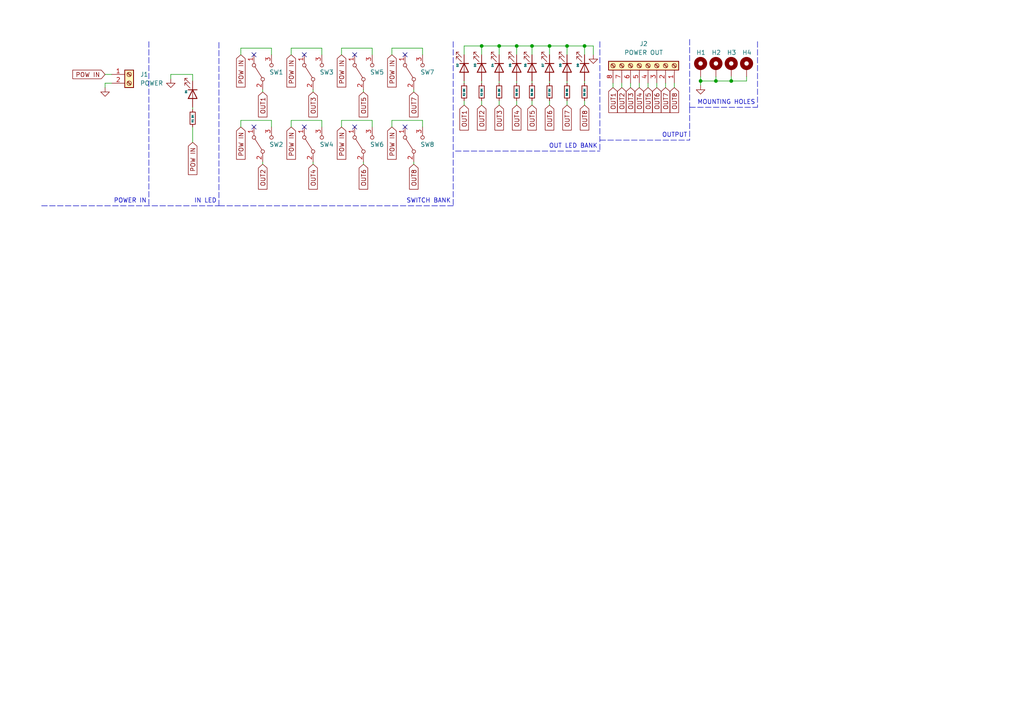
<source format=kicad_sch>
(kicad_sch (version 20211123) (generator eeschema)
  (paper "A4")
  (lib_symbols
    (symbol "Connector:Screw_Terminal_01x02" (pin_names (offset 1.016) hide)
      (property "Reference" "J" (at 0 2.54 0))
      (property "Value" "Screw_Terminal_01x02" (at 0 -5.08 0))
      (symbol "Screw_Terminal_01x02_1_1"
        (rectangle (start -1.27 1.27) (end 1.27 -3.81) (stroke (width 0.254)) (fill (type background)))
        (circle (center 0 -2.54) (radius 0.635) (stroke (width 0.1524)))
        (polyline (pts (xy -0.5334 -2.2098) (xy 0.3302 -3.048)) (stroke (width 0.1524)))
        (polyline (pts (xy -0.5334 0.3302) (xy 0.3302 -0.508)) (stroke (width 0.1524)))
        (polyline (pts (xy -0.3556 -2.032) (xy 0.508 -2.8702)) (stroke (width 0.1524)))
        (polyline (pts (xy -0.3556 0.508) (xy 0.508 -0.3302)) (stroke (width 0.1524)))
        (circle (center 0 0) (radius 0.635) (stroke (width 0.1524)))
        (pin passive line (at -5.08 0 0) (length 3.81) (name "Pin_1") (number "1"))
        (pin passive line (at -5.08 -2.54 0) (length 3.81) (name "Pin_2") (number "2"))
      )
    )
    (symbol "Connector:Screw_Terminal_01x08" (pin_names (offset 1.016) hide)
      (property "Reference" "J" (at 0 10.16 0))
      (property "Value" "Screw_Terminal_01x08" (at 0 -12.7 0))
      (symbol "Screw_Terminal_01x08_1_1"
        (rectangle (start -1.27 8.89) (end 1.27 -11.43) (stroke (width 0.254)) (fill (type background)))
        (circle (center 0 -10.16) (radius 0.635) (stroke (width 0.1524)))
        (circle (center 0 -7.62) (radius 0.635) (stroke (width 0.1524)))
        (circle (center 0 -5.08) (radius 0.635) (stroke (width 0.1524)))
        (circle (center 0 -2.54) (radius 0.635) (stroke (width 0.1524)))
        (polyline (pts (xy -0.5334 -9.8298) (xy 0.3302 -10.668)) (stroke (width 0.1524)))
        (polyline (pts (xy -0.5334 -7.2898) (xy 0.3302 -8.128)) (stroke (width 0.1524)))
        (polyline (pts (xy -0.5334 -4.7498) (xy 0.3302 -5.588)) (stroke (width 0.1524)))
        (polyline (pts (xy -0.5334 -2.2098) (xy 0.3302 -3.048)) (stroke (width 0.1524)))
        (polyline (pts (xy -0.5334 0.3302) (xy 0.3302 -0.508)) (stroke (width 0.1524)))
        (polyline (pts (xy -0.5334 2.8702) (xy 0.3302 2.032)) (stroke (width 0.1524)))
        (polyline (pts (xy -0.5334 5.4102) (xy 0.3302 4.572)) (stroke (width 0.1524)))
        (polyline (pts (xy -0.5334 7.9502) (xy 0.3302 7.112)) (stroke (width 0.1524)))
        (polyline (pts (xy -0.3556 -9.652) (xy 0.508 -10.4902)) (stroke (width 0.1524)))
        (polyline (pts (xy -0.3556 -7.112) (xy 0.508 -7.9502)) (stroke (width 0.1524)))
        (polyline (pts (xy -0.3556 -4.572) (xy 0.508 -5.4102)) (stroke (width 0.1524)))
        (polyline (pts (xy -0.3556 -2.032) (xy 0.508 -2.8702)) (stroke (width 0.1524)))
        (polyline (pts (xy -0.3556 0.508) (xy 0.508 -0.3302)) (stroke (width 0.1524)))
        (polyline (pts (xy -0.3556 3.048) (xy 0.508 2.2098)) (stroke (width 0.1524)))
        (polyline (pts (xy -0.3556 5.588) (xy 0.508 4.7498)) (stroke (width 0.1524)))
        (polyline (pts (xy -0.3556 8.128) (xy 0.508 7.2898)) (stroke (width 0.1524)))
        (circle (center 0 0) (radius 0.635) (stroke (width 0.1524)))
        (circle (center 0 2.54) (radius 0.635) (stroke (width 0.1524)))
        (circle (center 0 5.08) (radius 0.635) (stroke (width 0.1524)))
        (circle (center 0 7.62) (radius 0.635) (stroke (width 0.1524)))
        (pin passive line (at -5.08 7.62 0) (length 3.81) (name "Pin_1") (number "1"))
        (pin passive line (at -5.08 5.08 0) (length 3.81) (name "Pin_2") (number "2"))
        (pin passive line (at -5.08 2.54 0) (length 3.81) (name "Pin_3") (number "3"))
        (pin passive line (at -5.08 0 0) (length 3.81) (name "Pin_4") (number "4"))
        (pin passive line (at -5.08 -2.54 0) (length 3.81) (name "Pin_5") (number "5"))
        (pin passive line (at -5.08 -5.08 0) (length 3.81) (name "Pin_6") (number "6"))
        (pin passive line (at -5.08 -7.62 0) (length 3.81) (name "Pin_7") (number "7"))
        (pin passive line (at -5.08 -10.16 0) (length 3.81) (name "Pin_8") (number "8"))
      )
    )
    (symbol "Device:LED" (pin_numbers hide) (pin_names (offset 1.016) hide)
      (property "Reference" "D" (at 0 2.54 0))
      (property "Value" "LED" (at 0 -2.54 0))
      (symbol "LED_0_1"
        (polyline (pts (xy -1.27 -1.27) (xy -1.27 1.27)) (stroke (width 0.254)))
        (polyline (pts (xy -1.27 0) (xy 1.27 0)))
        (polyline (pts (xy 1.27 -1.27) (xy 1.27 1.27) (xy -1.27 0) (xy 1.27 -1.27)) (stroke (width 0.254)))
        (polyline (pts (xy -3.048 -0.762) (xy -4.572 -2.286) (xy -3.81 -2.286) (xy -4.572 -2.286) (xy -4.572 -1.524)))
        (polyline (pts (xy -1.778 -0.762) (xy -3.302 -2.286) (xy -2.54 -2.286) (xy -3.302 -2.286) (xy -3.302 -1.524)))
      )
      (symbol "LED_1_1"
        (pin passive line (at -3.81 0 0) (length 2.54) (name "K") (number "1"))
        (pin passive line (at 3.81 0 180) (length 2.54) (name "A") (number "2"))
      )
    )
    (symbol "Device:R_Small" (pin_numbers hide) (pin_names (offset 0.254) hide)
      (property "Reference" "R" (at 0.762 0.508 0))
      (property "Value" "R_Small" (at 0.762 -1.016 0))
      (symbol "R_Small_0_1"
        (rectangle (start -0.762 1.778) (end 0.762 -1.778) (stroke (width 0.2032)))
      )
      (symbol "R_Small_1_1"
        (pin passive line (at 0 2.54 270) (length 0.762) (name "~") (number "1"))
        (pin passive line (at 0 -2.54 90) (length 0.762) (name "~") (number "2"))
      )
    )
    (symbol "Mechanical:MountingHole_Pad" (pin_numbers hide) (pin_names (offset 1.016) hide)
      (property "Reference" "H" (at 0 6.35 0))
      (property "Value" "MountingHole_Pad" (at 0 4.445 0))
      (symbol "MountingHole_Pad_0_1"
        (circle (center 0 1.27) (radius 1.27) (stroke (width 1.27)))
      )
      (symbol "MountingHole_Pad_1_1"
        (pin input line (at 0 -2.54 90) (length 2.54) (name "1") (number "1"))
      )
    )
    (symbol "Switch:SW_SPDT" (pin_names (offset 0) hide)
      (property "Reference" "SW" (at 0 4.318 0))
      (property "Value" "SW_SPDT" (at 0 -5.08 0))
      (symbol "SW_SPDT_0_0"
        (circle (center -2.032 0) (radius 0.508))
        (circle (center 2.032 -2.54) (radius 0.508))
      )
      (symbol "SW_SPDT_0_1"
        (polyline (pts (xy -1.524 0.254) (xy 1.651 2.286)))
        (circle (center 2.032 2.54) (radius 0.508))
      )
      (symbol "SW_SPDT_1_1"
        (pin passive line (at 5.08 2.54 180) (length 2.54) (name "A") (number "1"))
        (pin passive line (at -5.08 0 0) (length 2.54) (name "B") (number "2"))
        (pin passive line (at 5.08 -2.54 180) (length 2.54) (name "C") (number "3"))
      )
    )
    (symbol "power:GND" (power) (pin_names (offset 0))
      (property "Value" "GND" (at 0 -3.81 0))
      (symbol "GND_0_1"
        (polyline (pts (xy 0 0) (xy 0 -1.27) (xy 1.27 -1.27) (xy 0 -2.54) (xy -1.27 -1.27) (xy 0 -1.27)))
      )
      (symbol "GND_1_1"
        (pin power_in line (at 0 0 270) (length 0) hide (name "GND") (number "1"))
      )
    )
  )
  (junction (at 164.465 13.335))
  (junction (at 154.305 13.335))
  (junction (at 149.86 13.335))
  (junction (at 203.2 23.495))
  (junction (at 144.78 13.335))
  (junction (at 207.645 23.495))
  (junction (at 159.385 13.335))
  (junction (at 212.09 23.495))
  (junction (at 139.7 13.335))
  (junction (at 169.545 13.335))
  (no_connect (at 102.87 15.875))
  (no_connect (at 102.87 36.83))
  (no_connect (at 88.265 15.875))
  (no_connect (at 117.475 15.875))
  (no_connect (at 117.475 36.83))
  (no_connect (at 73.66 36.83))
  (no_connect (at 88.265 36.83))
  (no_connect (at 73.66 15.875))
  (wire (pts (xy 207.645 22.225) (xy 207.645 23.495)))
  (wire (pts (xy 180.34 25.4) (xy 180.34 24.13)))
  (polyline (pts (xy 200.025 11.43) (xy 200.025 31.115)))
  (wire (pts (xy 149.86 29.21) (xy 149.86 30.48)))
  (wire (pts (xy 99.06 34.925) (xy 107.95 34.925)))
  (wire (pts (xy 203.2 23.495) (xy 207.645 23.495)))
  (wire (pts (xy 195.58 25.4) (xy 195.58 24.13)))
  (wire (pts (xy 149.86 13.335) (xy 144.78 13.335)))
  (wire (pts (xy 84.455 36.83) (xy 84.455 34.925)))
  (wire (pts (xy 99.06 15.875) (xy 99.06 13.97)))
  (wire (pts (xy 172.085 15.875) (xy 172.085 13.335)))
  (wire (pts (xy 49.53 21.59) (xy 49.53 22.86)))
  (wire (pts (xy 159.385 23.495) (xy 159.385 24.13)))
  (wire (pts (xy 30.48 24.13) (xy 32.385 24.13)))
  (wire (pts (xy 190.5 25.4) (xy 190.5 24.13)))
  (wire (pts (xy 169.545 13.335) (xy 164.465 13.335)))
  (polyline (pts (xy 63.5 59.69) (xy 131.445 59.69)))
  (wire (pts (xy 164.465 13.335) (xy 164.465 15.875)))
  (polyline (pts (xy 219.71 12.065) (xy 219.71 31.115)))
  (wire (pts (xy 134.62 13.335) (xy 134.62 15.875)))
  (wire (pts (xy 76.2 26.035) (xy 76.2 26.67)))
  (wire (pts (xy 55.88 21.59) (xy 49.53 21.59)))
  (wire (pts (xy 185.42 25.4) (xy 185.42 24.13)))
  (wire (pts (xy 113.665 34.925) (xy 122.555 34.925)))
  (wire (pts (xy 154.305 13.335) (xy 154.305 15.875)))
  (wire (pts (xy 144.78 13.335) (xy 144.78 15.875)))
  (wire (pts (xy 122.555 15.875) (xy 122.555 13.97)))
  (wire (pts (xy 193.04 25.4) (xy 193.04 24.13)))
  (wire (pts (xy 105.41 26.035) (xy 105.41 26.67)))
  (wire (pts (xy 55.88 36.83) (xy 55.88 41.275)))
  (wire (pts (xy 164.465 29.21) (xy 164.465 30.48)))
  (wire (pts (xy 90.805 46.99) (xy 90.805 47.625)))
  (wire (pts (xy 84.455 15.875) (xy 84.455 13.97)))
  (wire (pts (xy 207.645 23.495) (xy 212.09 23.495)))
  (wire (pts (xy 120.015 26.035) (xy 120.015 26.67)))
  (wire (pts (xy 122.555 36.83) (xy 122.555 34.925)))
  (wire (pts (xy 93.345 15.875) (xy 93.345 13.97)))
  (wire (pts (xy 164.465 23.495) (xy 164.465 24.13)))
  (wire (pts (xy 93.345 36.83) (xy 93.345 34.925)))
  (wire (pts (xy 149.86 23.495) (xy 149.86 24.13)))
  (polyline (pts (xy 132.08 43.815) (xy 173.99 43.815)))
  (polyline (pts (xy 12.065 59.69) (xy 63.5 59.69)))
  (wire (pts (xy 55.88 21.59) (xy 55.88 23.495)))
  (wire (pts (xy 212.09 23.495) (xy 216.535 23.495)))
  (wire (pts (xy 120.015 46.99) (xy 120.015 47.625)))
  (wire (pts (xy 69.85 36.83) (xy 69.85 34.925)))
  (wire (pts (xy 144.78 13.335) (xy 139.7 13.335)))
  (wire (pts (xy 182.88 25.4) (xy 182.88 24.13)))
  (wire (pts (xy 69.85 15.875) (xy 69.85 13.97)))
  (wire (pts (xy 172.085 13.335) (xy 169.545 13.335)))
  (wire (pts (xy 76.2 46.99) (xy 76.2 47.625)))
  (wire (pts (xy 107.95 15.875) (xy 107.95 13.97)))
  (wire (pts (xy 84.455 13.97) (xy 93.345 13.97)))
  (wire (pts (xy 134.62 29.21) (xy 134.62 30.48)))
  (wire (pts (xy 203.2 22.225) (xy 203.2 23.495)))
  (wire (pts (xy 139.7 23.495) (xy 139.7 24.13)))
  (wire (pts (xy 78.74 15.875) (xy 78.74 13.97)))
  (wire (pts (xy 113.665 15.875) (xy 113.665 13.97)))
  (wire (pts (xy 149.86 13.335) (xy 149.86 15.875)))
  (polyline (pts (xy 131.445 12.065) (xy 131.445 59.69)))
  (wire (pts (xy 78.74 36.83) (xy 78.74 34.925)))
  (wire (pts (xy 139.7 13.335) (xy 134.62 13.335)))
  (wire (pts (xy 113.665 13.97) (xy 122.555 13.97)))
  (wire (pts (xy 139.7 13.335) (xy 139.7 15.875)))
  (wire (pts (xy 134.62 23.495) (xy 134.62 24.13)))
  (wire (pts (xy 154.305 13.335) (xy 149.86 13.335)))
  (polyline (pts (xy 173.99 40.64) (xy 200.025 40.64)))
  (wire (pts (xy 154.305 29.21) (xy 154.305 30.48)))
  (wire (pts (xy 144.78 29.21) (xy 144.78 30.48)))
  (wire (pts (xy 84.455 34.925) (xy 93.345 34.925)))
  (wire (pts (xy 55.88 31.115) (xy 55.88 31.75)))
  (wire (pts (xy 159.385 13.335) (xy 154.305 13.335)))
  (wire (pts (xy 113.665 36.83) (xy 113.665 34.925)))
  (wire (pts (xy 30.48 24.13) (xy 30.48 25.4)))
  (wire (pts (xy 69.85 34.925) (xy 78.74 34.925)))
  (wire (pts (xy 154.305 23.495) (xy 154.305 24.13)))
  (wire (pts (xy 164.465 13.335) (xy 159.385 13.335)))
  (wire (pts (xy 90.805 26.035) (xy 90.805 26.67)))
  (wire (pts (xy 99.06 13.97) (xy 107.95 13.97)))
  (wire (pts (xy 139.7 29.21) (xy 139.7 30.48)))
  (wire (pts (xy 177.8 25.4) (xy 177.8 24.13)))
  (wire (pts (xy 216.535 22.225) (xy 216.535 23.495)))
  (wire (pts (xy 169.545 13.335) (xy 169.545 15.875)))
  (polyline (pts (xy 43.18 12.065) (xy 43.18 59.69)))
  (polyline (pts (xy 200.025 31.115) (xy 200.025 40.64)))
  (wire (pts (xy 159.385 29.21) (xy 159.385 30.48)))
  (wire (pts (xy 30.48 21.59) (xy 32.385 21.59)))
  (wire (pts (xy 105.41 46.99) (xy 105.41 47.625)))
  (wire (pts (xy 212.09 22.225) (xy 212.09 23.495)))
  (wire (pts (xy 203.2 23.495) (xy 203.2 24.765)))
  (wire (pts (xy 187.96 25.4) (xy 187.96 24.13)))
  (wire (pts (xy 99.06 36.83) (xy 99.06 34.925)))
  (polyline (pts (xy 173.99 12.065) (xy 173.99 43.815)))
  (polyline (pts (xy 63.5 59.69) (xy 63.5 12.065)))
  (wire (pts (xy 107.95 36.83) (xy 107.95 34.925)))
  (polyline (pts (xy 200.025 31.115) (xy 219.71 31.115)))
  (wire (pts (xy 144.78 23.495) (xy 144.78 24.13)))
  (wire (pts (xy 159.385 13.335) (xy 159.385 15.875)))
  (wire (pts (xy 69.85 13.97) (xy 78.74 13.97)))
  (wire (pts (xy 169.545 29.21) (xy 169.545 30.48)))
  (wire (pts (xy 169.545 23.495) (xy 169.545 24.13)))
  (text "SWITCH BANK" (at 130.81 59.055 180) (effects (font (size 1.27 1.27)) (justify right bottom)))
  (text "POWER IN" (at 42.545 59.055 180) (effects (font (size 1.27 1.27)) (justify right bottom)))
  (text "OUT LED BANK" (at 173.355 43.18 180) (effects (font (size 1.27 1.27)) (justify right bottom)))
  (text "IN LED" (at 62.865 59.055 180) (effects (font (size 1.27 1.27)) (justify right bottom)))
  (text "MOUNTING HOLES" (at 219.075 30.48 180) (effects (font (size 1.27 1.27)) (justify right bottom)))
  (text "OUTPUT" (at 199.39 40.005 180) (effects (font (size 1.27 1.27)) (justify right bottom)))
  (global_label "OUT4" (shape input) (at 185.42 25.4 270) (property "Intersheet References" "${INTERSHEET_REFS}" (effects hide)))
  (global_label "OUT8" (shape input) (at 195.58 25.4 270) (property "Intersheet References" "${INTERSHEET_REFS}" (effects hide)))
  (global_label "OUT3" (shape input) (at 182.88 25.4 270) (property "Intersheet References" "${INTERSHEET_REFS}" (effects hide)))
  (global_label "OUT1" (shape input) (at 76.2 26.67 270) (property "Intersheet References" "${INTERSHEET_REFS}" (effects hide)))
  (global_label "OUT3" (shape input) (at 90.805 26.67 270) (property "Intersheet References" "${INTERSHEET_REFS}" (effects hide)))
  (global_label "OUT6" (shape input) (at 159.385 30.48 270) (property "Intersheet References" "${INTERSHEET_REFS}" (effects hide)))
  (global_label "OUT3" (shape input) (at 144.78 30.48 270) (property "Intersheet References" "${INTERSHEET_REFS}" (effects hide)))
  (global_label "OUT4" (shape input) (at 90.805 47.625 270) (property "Intersheet References" "${INTERSHEET_REFS}" (effects hide)))
  (global_label "OUT2" (shape input) (at 180.34 25.4 270) (property "Intersheet References" "${INTERSHEET_REFS}" (effects hide)))
  (global_label "OUT5" (shape input) (at 154.305 30.48 270) (property "Intersheet References" "${INTERSHEET_REFS}" (effects hide)))
  (global_label "OUT6" (shape input) (at 105.41 47.625 270) (property "Intersheet References" "${INTERSHEET_REFS}" (effects hide)))
  (global_label "POW IN" (shape input) (at 113.665 36.83 270) (property "Intersheet References" "${INTERSHEET_REFS}" (effects hide)))
  (global_label "POW IN" (shape input) (at 69.85 15.875 270) (property "Intersheet References" "${INTERSHEET_REFS}" (effects hide)))
  (global_label "OUT7" (shape input) (at 193.04 25.4 270) (property "Intersheet References" "${INTERSHEET_REFS}" (effects hide)))
  (global_label "OUT1" (shape input) (at 134.62 30.48 270) (property "Intersheet References" "${INTERSHEET_REFS}" (effects hide)))
  (global_label "OUT7" (shape input) (at 120.015 26.67 270) (property "Intersheet References" "${INTERSHEET_REFS}" (effects hide)))
  (global_label "OUT7" (shape input) (at 164.465 30.48 270) (property "Intersheet References" "${INTERSHEET_REFS}" (effects hide)))
  (global_label "POW IN" (shape input) (at 30.48 21.59 180) (property "Intersheet References" "${INTERSHEET_REFS}" (effects hide)))
  (global_label "OUT8" (shape input) (at 120.015 47.625 270) (property "Intersheet References" "${INTERSHEET_REFS}" (effects hide)))
  (global_label "POW IN" (shape input) (at 84.455 15.875 270) (property "Intersheet References" "${INTERSHEET_REFS}" (effects hide)))
  (global_label "OUT5" (shape input) (at 187.96 25.4 270) (property "Intersheet References" "${INTERSHEET_REFS}" (effects hide)))
  (global_label "POW IN" (shape input) (at 99.06 36.83 270) (property "Intersheet References" "${INTERSHEET_REFS}" (effects hide)))
  (global_label "POW IN" (shape input) (at 113.665 15.875 270) (property "Intersheet References" "${INTERSHEET_REFS}" (effects hide)))
  (global_label "OUT1" (shape input) (at 177.8 25.4 270) (property "Intersheet References" "${INTERSHEET_REFS}" (effects hide)))
  (global_label "OUT2" (shape input) (at 76.2 47.625 270) (property "Intersheet References" "${INTERSHEET_REFS}" (effects hide)))
  (global_label "OUT4" (shape input) (at 149.86 30.48 270) (property "Intersheet References" "${INTERSHEET_REFS}" (effects hide)))
  (global_label "OUT5" (shape input) (at 105.41 26.67 270) (property "Intersheet References" "${INTERSHEET_REFS}" (effects hide)))
  (global_label "POW IN" (shape input) (at 55.88 41.275 270) (property "Intersheet References" "${INTERSHEET_REFS}" (effects hide)))
  (global_label "POW IN" (shape input) (at 84.455 36.83 270) (property "Intersheet References" "${INTERSHEET_REFS}" (effects hide)))
  (global_label "POW IN" (shape input) (at 99.06 15.875 270) (property "Intersheet References" "${INTERSHEET_REFS}" (effects hide)))
  (global_label "OUT8" (shape input) (at 169.545 30.48 270) (property "Intersheet References" "${INTERSHEET_REFS}" (effects hide)))
  (global_label "OUT6" (shape input) (at 190.5 25.4 270) (property "Intersheet References" "${INTERSHEET_REFS}" (effects hide)))
  (global_label "OUT2" (shape input) (at 139.7 30.48 270) (property "Intersheet References" "${INTERSHEET_REFS}" (effects hide)))
  (global_label "POW IN" (shape input) (at 69.85 36.83 270) (property "Intersheet References" "${INTERSHEET_REFS}" (effects hide)))
  (symbol (lib_id "Device:R_Small") (at 149.86 26.67 0) (unit 1)
    (property "Reference" "R5" (at 149.86 27.94 90) (effects (font (size 0.5 0.5)) (justify left)))
    (property "Value" "8K" (at 149.86 26.67 90) (effects (font (size 0.5 0.5)) (justify left)))
    (property "Footprint" "Resistor_SMD:R_0603_1608Metric" (effects hide))
  )
  (symbol (lib_id "Switch:SW_SPDT") (at 76.2 41.91 90) (unit 1)
    (property "Reference" "SW2" (at 78.105 41.91 90) (effects (justify right)))
    (property "Value" "SW_SPDT" (effects hide))
    (property "Footprint" "E_Switch:100SP1T1B1M2QEH" (effects hide))
  )
  (symbol (lib_id "Mechanical:MountingHole_Pad") (at 207.645 19.685 0) (unit 1)
    (property "Reference" "H2" (at 206.375 15.24 0) (effects (justify left)))
    (property "Value" "MountingHole_Pad" (effects hide))
    (property "Footprint" "MountingHole:MountingHole_3.2mm_M3_Pad_TopBottom" (effects hide))
  )
  (symbol (lib_id "Device:R_Small") (at 169.545 26.67 0) (unit 1)
    (property "Reference" "R9" (at 169.545 27.94 90) (effects (font (size 0.5 0.5)) (justify left)))
    (property "Value" "8K" (at 169.545 26.67 90) (effects (font (size 0.5 0.5)) (justify left)))
    (property "Footprint" "Resistor_SMD:R_0603_1608Metric" (effects hide))
  )
  (symbol (lib_id "Device:R_Small") (at 55.88 34.29 0) (unit 1)
    (property "Reference" "R1" (at 55.88 35.56 90) (effects (font (size 0.5 0.5)) (justify left)))
    (property "Value" "8K" (at 55.88 34.29 90) (effects (font (size 0.5 0.5)) (justify left)))
    (property "Footprint" "Resistor_SMD:R_0603_1608Metric" (effects hide))
  )
  (symbol (lib_id "Switch:SW_SPDT") (at 76.2 20.955 90) (unit 1)
    (property "Reference" "SW1" (at 78.105 20.955 90) (effects (justify right)))
    (property "Value" "SW_SPDT" (effects hide))
    (property "Footprint" "E_Switch:100SP1T1B1M2QEH" (effects hide))
  )
  (symbol (lib_id "Device:R_Small") (at 144.78 26.67 0) (unit 1)
    (property "Reference" "R4" (at 144.78 27.94 90) (effects (font (size 0.5 0.5)) (justify left)))
    (property "Value" "8K" (at 144.78 26.67 90) (effects (font (size 0.5 0.5)) (justify left)))
    (property "Footprint" "Resistor_SMD:R_0603_1608Metric" (effects hide))
  )
  (symbol (lib_id "power:GND") (at 30.48 25.4 0) (unit 1)
    (property "Reference" "#PWR01" (effects hide))
    (property "Value" "GND" (effects hide))
  )
  (symbol (lib_id "Device:LED") (at 154.305 19.685 270) (unit 1)
    (property "Reference" "D6" (at 152.4 18.415 0) (effects (font (size 0.5 0.5)) (justify left)))
    (property "Value" "LED" (effects hide))
    (property "Footprint" "LED_SMD:LED_0805_2012Metric" (effects hide))
  )
  (symbol (lib_id "Device:LED") (at 169.545 19.685 270) (unit 1)
    (property "Reference" "D9" (at 167.64 18.415 0) (effects (font (size 0.5 0.5)) (justify left)))
    (property "Value" "LED" (effects hide))
    (property "Footprint" "LED_SMD:LED_0805_2012Metric" (effects hide))
  )
  (symbol (lib_id "Device:R_Small") (at 154.305 26.67 0) (unit 1)
    (property "Reference" "R6" (at 154.305 27.94 90) (effects (font (size 0.5 0.5)) (justify left)))
    (property "Value" "8K" (at 154.305 26.67 90) (effects (font (size 0.5 0.5)) (justify left)))
    (property "Footprint" "Resistor_SMD:R_0603_1608Metric" (effects hide))
  )
  (symbol (lib_id "Device:R_Small") (at 134.62 26.67 0) (unit 1)
    (property "Reference" "R2" (at 134.62 27.94 90) (effects (font (size 0.5 0.5)) (justify left)))
    (property "Value" "8K" (at 134.62 26.67 90) (effects (font (size 0.5 0.5)) (justify left)))
    (property "Footprint" "Resistor_SMD:R_0603_1608Metric" (effects hide))
  )
  (symbol (lib_id "Device:LED") (at 139.7 19.685 270) (unit 1)
    (property "Reference" "D3" (at 137.795 18.415 0) (effects (font (size 0.5 0.5)) (justify left)))
    (property "Value" "LED" (effects hide))
    (property "Footprint" "LED_SMD:LED_0805_2012Metric" (effects hide))
  )
  (symbol (lib_id "Mechanical:MountingHole_Pad") (at 212.09 19.685 0) (unit 1)
    (property "Reference" "H3" (at 210.82 15.24 0) (effects (justify left)))
    (property "Value" "MountingHole_Pad" (effects hide))
    (property "Footprint" "MountingHole:MountingHole_3.2mm_M3_Pad_TopBottom" (effects hide))
  )
  (symbol (lib_id "Mechanical:MountingHole_Pad") (at 216.535 19.685 0) (unit 1)
    (property "Reference" "H4" (at 215.265 15.24 0) (effects (justify left)))
    (property "Value" "MountingHole_Pad" (effects hide))
    (property "Footprint" "MountingHole:MountingHole_3.2mm_M3_Pad_TopBottom" (effects hide))
  )
  (symbol (lib_id "power:GND") (at 49.53 22.86 0) (unit 1)
    (property "Reference" "#PWR02" (effects hide))
    (property "Value" "GND" (effects hide))
  )
  (symbol (lib_id "Switch:SW_SPDT") (at 105.41 20.955 90) (unit 1)
    (property "Reference" "SW5" (at 107.315 20.955 90) (effects (justify right)))
    (property "Value" "SW_SPDT" (effects hide))
    (property "Footprint" "E_Switch:100SP1T1B1M2QEH" (effects hide))
  )
  (symbol (lib_id "Device:LED") (at 55.88 27.305 270) (unit 1)
    (property "Reference" "D1" (at 53.975 26.035 0) (effects (font (size 0.5 0.5)) (justify left)))
    (property "Value" "LED" (effects hide))
    (property "Footprint" "LED_SMD:LED_0805_2012Metric" (effects hide))
  )
  (symbol (lib_id "Device:LED") (at 134.62 19.685 270) (unit 1)
    (property "Reference" "D2" (at 132.715 18.415 0) (effects (font (size 0.5 0.5)) (justify left)))
    (property "Value" "LED" (effects hide))
    (property "Footprint" "LED_SMD:LED_0805_2012Metric" (effects hide))
  )
  (symbol (lib_id "Connector:Screw_Terminal_01x02") (at 37.465 21.59 0) (unit 1)
    (property "Reference" "J1" (at 40.64 21.5899 0) (effects (justify left)))
    (property "Value" "POWER" (at 40.64 24.1299 0) (effects (justify left)))
    (property "Footprint" "TerminalBlock_Phoenix:TerminalBlock_Phoenix_MPT-0,5-2-2.54_1x02_P2.54mm_Horizontal" (effects hide))
  )
  (symbol (lib_id "Switch:SW_SPDT") (at 105.41 41.91 90) (unit 1)
    (property "Reference" "SW6" (at 107.315 41.91 90) (effects (justify right)))
    (property "Value" "SW_SPDT" (effects hide))
    (property "Footprint" "E_Switch:100SP1T1B1M2QEH" (effects hide))
  )
  (symbol (lib_id "Device:LED") (at 149.86 19.685 270) (unit 1)
    (property "Reference" "D5" (at 147.955 18.415 0) (effects (font (size 0.5 0.5)) (justify left)))
    (property "Value" "LED" (effects hide))
    (property "Footprint" "LED_SMD:LED_0805_2012Metric" (effects hide))
  )
  (symbol (lib_id "power:GND") (at 203.2 24.765 0) (unit 1)
    (property "Reference" "#PWR0101" (effects hide))
    (property "Value" "GND" (effects hide))
  )
  (symbol (lib_id "power:GND") (at 172.085 15.875 0) (unit 1)
    (property "Reference" "#PWR03" (effects hide))
    (property "Value" "GND" (effects hide))
  )
  (symbol (lib_id "Device:LED") (at 144.78 19.685 270) (unit 1)
    (property "Reference" "D4" (at 142.875 18.415 0) (effects (font (size 0.5 0.5)) (justify left)))
    (property "Value" "LED" (effects hide))
    (property "Footprint" "LED_SMD:LED_0805_2012Metric" (effects hide))
  )
  (symbol (lib_id "Switch:SW_SPDT") (at 90.805 41.91 90) (unit 1)
    (property "Reference" "SW4" (at 92.71 41.91 90) (effects (justify right)))
    (property "Value" "SW_SPDT" (effects hide))
    (property "Footprint" "E_Switch:100SP1T1B1M2QEH" (effects hide))
  )
  (symbol (lib_id "Device:R_Small") (at 139.7 26.67 0) (unit 1)
    (property "Reference" "R3" (at 139.7 27.94 90) (effects (font (size 0.5 0.5)) (justify left)))
    (property "Value" "8K" (at 139.7 26.67 90) (effects (font (size 0.5 0.5)) (justify left)))
    (property "Footprint" "Resistor_SMD:R_0603_1608Metric" (effects hide))
  )
  (symbol (lib_id "Device:R_Small") (at 159.385 26.67 0) (unit 1)
    (property "Reference" "R7" (at 159.385 27.94 90) (effects (font (size 0.5 0.5)) (justify left)))
    (property "Value" "8K" (at 159.385 26.67 90) (effects (font (size 0.5 0.5)) (justify left)))
    (property "Footprint" "Resistor_SMD:R_0603_1608Metric" (effects hide))
  )
  (symbol (lib_id "Switch:SW_SPDT") (at 120.015 41.91 90) (unit 1)
    (property "Reference" "SW8" (at 121.92 41.91 90) (effects (justify right)))
    (property "Value" "SW_SPDT" (effects hide))
    (property "Footprint" "E_Switch:100SP1T1B1M2QEH" (effects hide))
  )
  (symbol (lib_id "Switch:SW_SPDT") (at 120.015 20.955 90) (unit 1)
    (property "Reference" "SW7" (at 121.92 20.955 90) (effects (justify right)))
    (property "Value" "SW_SPDT" (effects hide))
    (property "Footprint" "E_Switch:100SP1T1B1M2QEH" (effects hide))
  )
  (symbol (lib_id "Switch:SW_SPDT") (at 90.805 20.955 90) (unit 1)
    (property "Reference" "SW3" (at 92.71 20.955 90) (effects (justify right)))
    (property "Value" "SW_SPDT" (effects hide))
    (property "Footprint" "E_Switch:100SP1T1B1M2QEH" (effects hide))
  )
  (symbol (lib_id "Device:LED") (at 164.465 19.685 270) (unit 1)
    (property "Reference" "D8" (at 162.56 18.415 0) (effects (font (size 0.5 0.5)) (justify left)))
    (property "Value" "LED" (effects hide))
    (property "Footprint" "LED_SMD:LED_0805_2012Metric" (effects hide))
  )
  (symbol (lib_id "Device:LED") (at 159.385 19.685 270) (unit 1)
    (property "Reference" "D7" (at 157.48 18.415 0) (effects (font (size 0.5 0.5)) (justify left)))
    (property "Value" "LED" (effects hide))
    (property "Footprint" "LED_SMD:LED_0805_2012Metric" (effects hide))
  )
  (symbol (lib_id "Device:R_Small") (at 164.465 26.67 0) (unit 1)
    (property "Reference" "R8" (at 164.465 27.94 90) (effects (font (size 0.5 0.5)) (justify left)))
    (property "Value" "8K" (at 164.465 26.67 90) (effects (font (size 0.5 0.5)) (justify left)))
    (property "Footprint" "Resistor_SMD:R_0603_1608Metric" (effects hide))
  )
  (symbol (lib_id "Connector:Screw_Terminal_01x08") (at 187.96 19.05 270) (mirror x) (unit 1)
    (property "Reference" "J2" (at 186.69 12.7 90))
    (property "Value" "POWER OUT" (at 186.69 15.24 90))
    (property "Footprint" "TerminalBlock_Phoenix:TerminalBlock_Phoenix_MPT-0,5-8-2.54_1x08_P2.54mm_Horizontal" (effects hide))
  )
  (symbol (lib_id "Mechanical:MountingHole_Pad") (at 203.2 19.685 0) (unit 1)
    (property "Reference" "H1" (at 201.93 15.24 0) (effects (justify left)))
    (property "Value" "MountingHole_Pad" (effects hide))
    (property "Footprint" "MountingHole:MountingHole_3.2mm_M3_Pad_TopBottom" (effects hide))
  )
)
</source>
